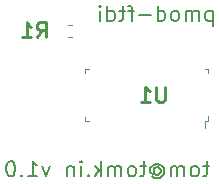
<source format=gbr>
G04 #@! TF.GenerationSoftware,KiCad,Pcbnew,5.1.4+dfsg1-1*
G04 #@! TF.CreationDate,2019-12-13T05:22:49-08:00*
G04 #@! TF.ProjectId,pmod-ftdi,706d6f64-2d66-4746-9469-2e6b69636164,rev?*
G04 #@! TF.SameCoordinates,PX5b906e0PY4a1f960*
G04 #@! TF.FileFunction,Legend,Bot*
G04 #@! TF.FilePolarity,Positive*
%FSLAX46Y46*%
G04 Gerber Fmt 4.6, Leading zero omitted, Abs format (unit mm)*
G04 Created by KiCad (PCBNEW 5.1.4+dfsg1-1) date 2019-12-13 05:22:49*
%MOMM*%
%LPD*%
G04 APERTURE LIST*
%ADD10C,0.200000*%
%ADD11C,0.100000*%
%ADD12C,0.120000*%
%ADD13C,0.250000*%
G04 APERTURE END LIST*
D10*
X18165166Y-864428D02*
X18165166Y-2164428D01*
X18165166Y-926333D02*
X18041357Y-864428D01*
X17793738Y-864428D01*
X17669928Y-926333D01*
X17608023Y-988238D01*
X17546119Y-1112047D01*
X17546119Y-1483476D01*
X17608023Y-1607285D01*
X17669928Y-1669190D01*
X17793738Y-1731095D01*
X18041357Y-1731095D01*
X18165166Y-1669190D01*
X16988976Y-1731095D02*
X16988976Y-864428D01*
X16988976Y-988238D02*
X16927071Y-926333D01*
X16803261Y-864428D01*
X16617547Y-864428D01*
X16493738Y-926333D01*
X16431833Y-1050142D01*
X16431833Y-1731095D01*
X16431833Y-1050142D02*
X16369928Y-926333D01*
X16246119Y-864428D01*
X16060404Y-864428D01*
X15936595Y-926333D01*
X15874690Y-1050142D01*
X15874690Y-1731095D01*
X15069928Y-1731095D02*
X15193738Y-1669190D01*
X15255642Y-1607285D01*
X15317547Y-1483476D01*
X15317547Y-1112047D01*
X15255642Y-988238D01*
X15193738Y-926333D01*
X15069928Y-864428D01*
X14884214Y-864428D01*
X14760404Y-926333D01*
X14698500Y-988238D01*
X14636595Y-1112047D01*
X14636595Y-1483476D01*
X14698500Y-1607285D01*
X14760404Y-1669190D01*
X14884214Y-1731095D01*
X15069928Y-1731095D01*
X13522309Y-1731095D02*
X13522309Y-431095D01*
X13522309Y-1669190D02*
X13646119Y-1731095D01*
X13893738Y-1731095D01*
X14017547Y-1669190D01*
X14079452Y-1607285D01*
X14141357Y-1483476D01*
X14141357Y-1112047D01*
X14079452Y-988238D01*
X14017547Y-926333D01*
X13893738Y-864428D01*
X13646119Y-864428D01*
X13522309Y-926333D01*
X12903261Y-1235857D02*
X11912785Y-1235857D01*
X11479452Y-864428D02*
X10984214Y-864428D01*
X11293738Y-1731095D02*
X11293738Y-616809D01*
X11231833Y-493000D01*
X11108023Y-431095D01*
X10984214Y-431095D01*
X10736595Y-864428D02*
X10241357Y-864428D01*
X10550880Y-431095D02*
X10550880Y-1545380D01*
X10488976Y-1669190D01*
X10365166Y-1731095D01*
X10241357Y-1731095D01*
X9250880Y-1731095D02*
X9250880Y-431095D01*
X9250880Y-1669190D02*
X9374690Y-1731095D01*
X9622309Y-1731095D01*
X9746119Y-1669190D01*
X9808023Y-1607285D01*
X9869928Y-1483476D01*
X9869928Y-1112047D01*
X9808023Y-988238D01*
X9746119Y-926333D01*
X9622309Y-864428D01*
X9374690Y-864428D01*
X9250880Y-926333D01*
X8631833Y-1731095D02*
X8631833Y-864428D01*
X8631833Y-431095D02*
X8693738Y-493000D01*
X8631833Y-554904D01*
X8569928Y-493000D01*
X8631833Y-431095D01*
X8631833Y-554904D01*
X17843214Y-14008928D02*
X17347976Y-14008928D01*
X17657500Y-13575595D02*
X17657500Y-14689880D01*
X17595595Y-14813690D01*
X17471785Y-14875595D01*
X17347976Y-14875595D01*
X16728928Y-14875595D02*
X16852738Y-14813690D01*
X16914642Y-14751785D01*
X16976547Y-14627976D01*
X16976547Y-14256547D01*
X16914642Y-14132738D01*
X16852738Y-14070833D01*
X16728928Y-14008928D01*
X16543214Y-14008928D01*
X16419404Y-14070833D01*
X16357500Y-14132738D01*
X16295595Y-14256547D01*
X16295595Y-14627976D01*
X16357500Y-14751785D01*
X16419404Y-14813690D01*
X16543214Y-14875595D01*
X16728928Y-14875595D01*
X15738452Y-14875595D02*
X15738452Y-14008928D01*
X15738452Y-14132738D02*
X15676547Y-14070833D01*
X15552738Y-14008928D01*
X15367023Y-14008928D01*
X15243214Y-14070833D01*
X15181309Y-14194642D01*
X15181309Y-14875595D01*
X15181309Y-14194642D02*
X15119404Y-14070833D01*
X14995595Y-14008928D01*
X14809880Y-14008928D01*
X14686071Y-14070833D01*
X14624166Y-14194642D01*
X14624166Y-14875595D01*
X13200357Y-14256547D02*
X13262261Y-14194642D01*
X13386071Y-14132738D01*
X13509880Y-14132738D01*
X13633690Y-14194642D01*
X13695595Y-14256547D01*
X13757500Y-14380357D01*
X13757500Y-14504166D01*
X13695595Y-14627976D01*
X13633690Y-14689880D01*
X13509880Y-14751785D01*
X13386071Y-14751785D01*
X13262261Y-14689880D01*
X13200357Y-14627976D01*
X13200357Y-14132738D02*
X13200357Y-14627976D01*
X13138452Y-14689880D01*
X13076547Y-14689880D01*
X12952738Y-14627976D01*
X12890833Y-14504166D01*
X12890833Y-14194642D01*
X13014642Y-14008928D01*
X13200357Y-13885119D01*
X13447976Y-13823214D01*
X13695595Y-13885119D01*
X13881309Y-14008928D01*
X14005119Y-14194642D01*
X14067023Y-14442261D01*
X14005119Y-14689880D01*
X13881309Y-14875595D01*
X13695595Y-14999404D01*
X13447976Y-15061309D01*
X13200357Y-14999404D01*
X13014642Y-14875595D01*
X12519404Y-14008928D02*
X12024166Y-14008928D01*
X12333690Y-13575595D02*
X12333690Y-14689880D01*
X12271785Y-14813690D01*
X12147976Y-14875595D01*
X12024166Y-14875595D01*
X11405119Y-14875595D02*
X11528928Y-14813690D01*
X11590833Y-14751785D01*
X11652738Y-14627976D01*
X11652738Y-14256547D01*
X11590833Y-14132738D01*
X11528928Y-14070833D01*
X11405119Y-14008928D01*
X11219404Y-14008928D01*
X11095595Y-14070833D01*
X11033690Y-14132738D01*
X10971785Y-14256547D01*
X10971785Y-14627976D01*
X11033690Y-14751785D01*
X11095595Y-14813690D01*
X11219404Y-14875595D01*
X11405119Y-14875595D01*
X10414642Y-14875595D02*
X10414642Y-14008928D01*
X10414642Y-14132738D02*
X10352738Y-14070833D01*
X10228928Y-14008928D01*
X10043214Y-14008928D01*
X9919404Y-14070833D01*
X9857500Y-14194642D01*
X9857500Y-14875595D01*
X9857500Y-14194642D02*
X9795595Y-14070833D01*
X9671785Y-14008928D01*
X9486071Y-14008928D01*
X9362261Y-14070833D01*
X9300357Y-14194642D01*
X9300357Y-14875595D01*
X8681309Y-14875595D02*
X8681309Y-13575595D01*
X8557500Y-14380357D02*
X8186071Y-14875595D01*
X8186071Y-14008928D02*
X8681309Y-14504166D01*
X7628928Y-14751785D02*
X7567023Y-14813690D01*
X7628928Y-14875595D01*
X7690833Y-14813690D01*
X7628928Y-14751785D01*
X7628928Y-14875595D01*
X7009880Y-14875595D02*
X7009880Y-14008928D01*
X7009880Y-13575595D02*
X7071785Y-13637500D01*
X7009880Y-13699404D01*
X6947976Y-13637500D01*
X7009880Y-13575595D01*
X7009880Y-13699404D01*
X6390833Y-14008928D02*
X6390833Y-14875595D01*
X6390833Y-14132738D02*
X6328928Y-14070833D01*
X6205119Y-14008928D01*
X6019404Y-14008928D01*
X5895595Y-14070833D01*
X5833690Y-14194642D01*
X5833690Y-14875595D01*
X4347976Y-14008928D02*
X4038452Y-14875595D01*
X3728928Y-14008928D01*
X2552738Y-14875595D02*
X3295595Y-14875595D01*
X2924166Y-14875595D02*
X2924166Y-13575595D01*
X3047976Y-13761309D01*
X3171785Y-13885119D01*
X3295595Y-13947023D01*
X1995595Y-14751785D02*
X1933690Y-14813690D01*
X1995595Y-14875595D01*
X2057500Y-14813690D01*
X1995595Y-14751785D01*
X1995595Y-14875595D01*
X1128928Y-13575595D02*
X1005119Y-13575595D01*
X881309Y-13637500D01*
X819404Y-13699404D01*
X757500Y-13823214D01*
X695595Y-14070833D01*
X695595Y-14380357D01*
X757500Y-14627976D01*
X819404Y-14751785D01*
X881309Y-14813690D01*
X1005119Y-14875595D01*
X1128928Y-14875595D01*
X1252738Y-14813690D01*
X1314642Y-14751785D01*
X1376547Y-14627976D01*
X1438452Y-14380357D01*
X1438452Y-14070833D01*
X1376547Y-13823214D01*
X1314642Y-13699404D01*
X1252738Y-13637500D01*
X1128928Y-13575595D01*
D11*
X17473000Y-5801000D02*
X17773000Y-5801000D01*
X17473000Y-10201000D02*
X17473000Y-10801000D01*
X17773000Y-10201000D02*
X17473000Y-10201000D01*
X17773000Y-9801000D02*
X17773000Y-10201000D01*
X7373000Y-10201000D02*
X7373000Y-9901000D01*
X7673000Y-10201000D02*
X7373000Y-10201000D01*
X17773000Y-5801000D02*
X17773000Y-6101000D01*
X7373000Y-5801000D02*
X7673000Y-5801000D01*
X7373000Y-5801000D02*
X7373000Y-6101000D01*
D12*
X5924733Y-2030000D02*
X6267267Y-2030000D01*
X5924733Y-3050000D02*
X6267267Y-3050000D01*
D13*
X14134976Y-7289095D02*
X14134976Y-8341476D01*
X14073071Y-8465285D01*
X14011166Y-8527190D01*
X13887357Y-8589095D01*
X13639738Y-8589095D01*
X13515928Y-8527190D01*
X13454023Y-8465285D01*
X13392119Y-8341476D01*
X13392119Y-7289095D01*
X12092119Y-8589095D02*
X12834976Y-8589095D01*
X12463547Y-8589095D02*
X12463547Y-7289095D01*
X12587357Y-7474809D01*
X12711166Y-7598619D01*
X12834976Y-7660523D01*
X3264666Y-3128095D02*
X3698000Y-2509047D01*
X4007523Y-3128095D02*
X4007523Y-1828095D01*
X3512285Y-1828095D01*
X3388476Y-1890000D01*
X3326571Y-1951904D01*
X3264666Y-2075714D01*
X3264666Y-2261428D01*
X3326571Y-2385238D01*
X3388476Y-2447142D01*
X3512285Y-2509047D01*
X4007523Y-2509047D01*
X2026571Y-3128095D02*
X2769428Y-3128095D01*
X2398000Y-3128095D02*
X2398000Y-1828095D01*
X2521809Y-2013809D01*
X2645619Y-2137619D01*
X2769428Y-2199523D01*
M02*

</source>
